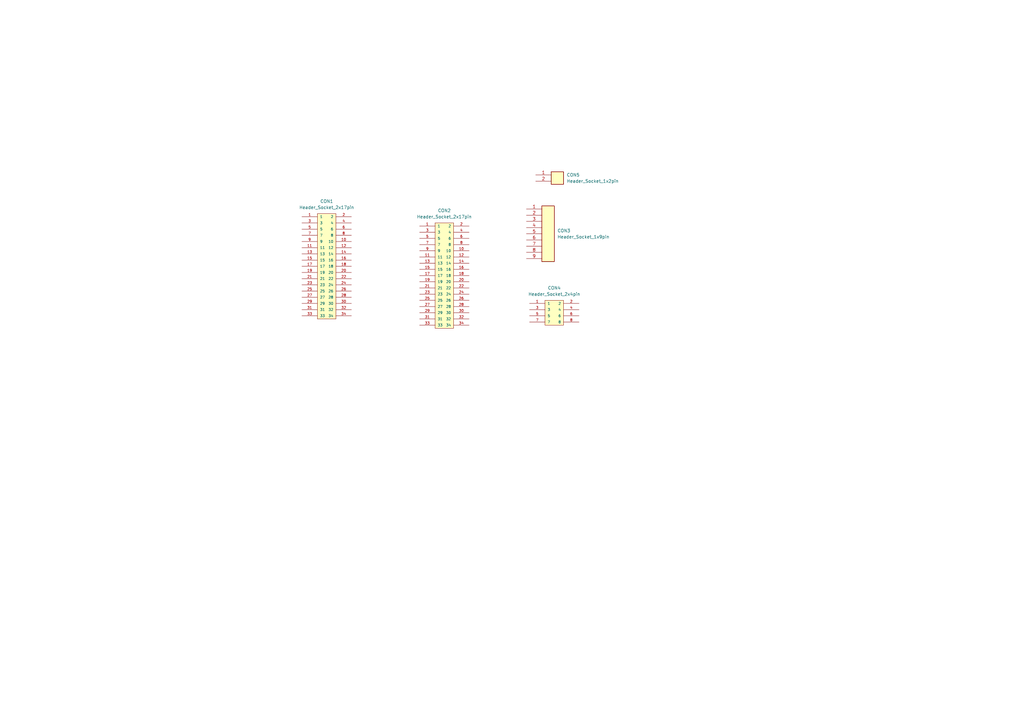
<source format=kicad_sch>
(kicad_sch (version 20231120) (generator "eeschema") (generator_version "8.0")
  (paper "A3")
  (title_block (title "Telemach mp157 development board shield") (date "2024-09-05") (rev "V1.0") (company "MW Sofjan"))
  (lib_symbols
    (symbol "Header_Socket_2_54mm:Header_Socket_1x2pin" (pin_names (offset 1.016))
      (property "Reference" "CON" (at 2.54 3.81 0))
      (property "Value" "Header_Socket_1x2pin" (at 6.35 -1.27 90))
      (symbol "Header_Socket_1x2pin_1_1"
        (rectangle (start 0 2.54) (end 5.08 -2.54) (stroke (width 0.254)) (fill (type background)))
        (pin passive line (at -6.35 1.27 0) (length 6.35) (name "~") (number "1"))
        (pin passive line (at -6.35 -1.27 0) (length 6.35) (name "~") (number "2"))
      )
    )
    (symbol "Header_Socket_2_54mm:Header_Socket_1x9pin" (pin_names (offset 1.016))
      (property "Reference" "CON" (at 2.54 12.7 0))
      (property "Value" "Header_Socket_1x9pin" (at 7.62 1.27 90))
      (symbol "Header_Socket_1x9pin_1_1"
        (rectangle (start 0 11.43) (end 5.08 -11.43) (stroke (width 0.254)) (fill (type background)))
        (pin passive line (at -6.35 10.16 0) (length 6.35) (name "~") (number "1"))
        (pin passive line (at -6.35 7.62 0) (length 6.35) (name "~") (number "2"))
        (pin passive line (at -6.35 5.08 0) (length 6.35) (name "~") (number "3"))
        (pin passive line (at -6.35 2.54 0) (length 6.35) (name "~") (number "4"))
        (pin passive line (at -6.35 0 0) (length 6.35) (name "~") (number "5"))
        (pin passive line (at -6.35 -2.54 0) (length 6.35) (name "~") (number "6"))
        (pin passive line (at -6.35 -5.08 0) (length 6.35) (name "~") (number "7"))
        (pin passive line (at -6.35 -7.62 0) (length 6.35) (name "~") (number "8"))
        (pin passive line (at -6.35 -10.16 0) (length 6.35) (name "~") (number "9"))
      )
    )
    (symbol "Header_Socket_2_54mm:Header_Socket_2x17pin" (pin_names (offset 1.016))
      (property "Reference" "CON" (at 0 22.86 0))
      (property "Value" "Header_Socket_2x17pin" (at 0 -22.86 0))
      (symbol "Header_Socket_2x17pin_1_1"
        (rectangle (start -3.81 21.59) (end 3.81 -21.59) (fill (type background)))
        (pin passive line (at -10.16 20.32 0) (length 6.35) (name "1") (number "1"))
        (pin passive line (at 10.16 10.16 180) (length 6.35) (name "10") (number "10"))
        (pin passive line (at -10.16 7.62 0) (length 6.35) (name "11") (number "11"))
        (pin passive line (at 10.16 7.62 180) (length 6.35) (name "12") (number "12"))
        (pin passive line (at -10.16 5.08 0) (length 6.35) (name "13") (number "13"))
        (pin passive line (at 10.16 5.08 180) (length 6.35) (name "14") (number "14"))
        (pin passive line (at -10.16 2.54 0) (length 6.35) (name "15") (number "15"))
        (pin passive line (at 10.16 2.54 180) (length 6.35) (name "16") (number "16"))
        (pin passive line (at -10.16 0 0) (length 6.35) (name "17") (number "17"))
        (pin passive line (at 10.16 0 180) (length 6.35) (name "18") (number "18"))
        (pin passive line (at -10.16 -2.54 0) (length 6.35) (name "19") (number "19"))
        (pin passive line (at 10.16 20.32 180) (length 6.35) (name "2") (number "2"))
        (pin passive line (at 10.16 -2.54 180) (length 6.35) (name "20") (number "20"))
        (pin passive line (at -10.16 -5.08 0) (length 6.35) (name "21") (number "21"))
        (pin passive line (at 10.16 -5.08 180) (length 6.35) (name "22") (number "22"))
        (pin passive line (at -10.16 -7.62 0) (length 6.35) (name "23") (number "23"))
        (pin passive line (at 10.16 -7.62 180) (length 6.35) (name "24") (number "24"))
        (pin passive line (at -10.16 -10.16 0) (length 6.35) (name "25") (number "25"))
        (pin passive line (at 10.16 -10.16 180) (length 6.35) (name "26") (number "26"))
        (pin passive line (at -10.16 -12.7 0) (length 6.35) (name "27") (number "27"))
        (pin passive line (at 10.16 -12.7 180) (length 6.35) (name "28") (number "28"))
        (pin passive line (at -10.16 -15.24 0) (length 6.35) (name "29") (number "29"))
        (pin passive line (at -10.16 17.78 0) (length 6.35) (name "3") (number "3"))
        (pin passive line (at 10.16 -15.24 180) (length 6.35) (name "30") (number "30"))
        (pin passive line (at -10.16 -17.78 0) (length 6.35) (name "31") (number "31"))
        (pin passive line (at 10.16 -17.78 180) (length 6.35) (name "32") (number "32"))
        (pin passive line (at -10.16 -20.32 0) (length 6.35) (name "33") (number "33"))
        (pin passive line (at 10.16 -20.32 180) (length 6.35) (name "34") (number "34"))
        (pin passive line (at 10.16 17.78 180) (length 6.35) (name "4") (number "4"))
        (pin passive line (at -10.16 15.24 0) (length 6.35) (name "5") (number "5"))
        (pin passive line (at 10.16 15.24 180) (length 6.35) (name "6") (number "6"))
        (pin passive line (at -10.16 12.7 0) (length 6.35) (name "7") (number "7"))
        (pin passive line (at 10.16 12.7 180) (length 6.35) (name "8") (number "8"))
        (pin passive line (at -10.16 10.16 0) (length 6.35) (name "9") (number "9"))
      )
    )
    (symbol "Header_Socket_2_54mm:Header_Socket_2x4pin" (pin_names (offset 1.016))
      (property "Reference" "CON" (at 0 6.35 0))
      (property "Value" "Header_Socket_2x4pin" (at 0 -6.35 0))
      (symbol "Header_Socket_2x4pin_1_1"
        (rectangle (start -3.81 5.08) (end 3.81 -5.08) (fill (type background)))
        (pin passive line (at -10.16 3.81 0) (length 6.35) (name "1") (number "1"))
        (pin passive line (at 10.16 3.81 180) (length 6.35) (name "2") (number "2"))
        (pin passive line (at -10.16 1.27 0) (length 6.35) (name "3") (number "3"))
        (pin passive line (at 10.16 1.27 180) (length 6.35) (name "4") (number "4"))
        (pin passive line (at -10.16 -1.27 0) (length 6.35) (name "5") (number "5"))
        (pin passive line (at 10.16 -1.27 180) (length 6.35) (name "6") (number "6"))
        (pin passive line (at -10.16 -3.81 0) (length 6.35) (name "7") (number "7"))
        (pin passive line (at 10.16 -3.81 180) (length 6.35) (name "8") (number "8"))
      )
    )
  )
  (symbol (lib_id "Header_Socket_2_54mm:Header_Socket_2x4pin") (at 227.33 128.27 0) (unit 1)
    (property "Reference" "CON4" (at 227.33 118.11 0))
    (property "Value" "Header_Socket_2x4pin" (at 227.33 120.65 0))
    (property "Footprint" "Header_Socket_2_54mm:Header_Socket_2x4x2_54mm" (effects (hide yes)))
    (property "Datasheet" "https://www.lcsc.com/datasheet/lcsc_datasheet_2304140030_CONNFLY-Elec-DS1023-2-4SF11_C92271.pdf" (effects (hide yes)))
    (property "Description" "Header Socket 2x4pins 2.54mm" (effects (hide yes)))
    (property "Manufacturer" "CONNFLY" (effects (hide yes)))
    (property "Manufacturer Part Number" "DS1023-2*4S21" (effects (hide yes)))
    (property "Supplier" "Tme" (effects (hide yes)))
    (property "Supplier Part Number" "ZL262-8DG" (effects (hide yes)))
    (property "URL" "https://www.tme.eu/pl/details/zl262-8dg/listwy-i-gniazda-kolkowe/connfly/ds1023-2-4s21/" (effects (hide yes)))
    (property "Price@1pc" "0,43" (effects (hide yes)))
    (property "Price@1000pcs" "0,19" (effects (hide yes)))
    (property "Developer" "MW" (effects (hide yes)))
    (property "Package" "5,58x5x8,5mm" (effects (hide yes)))
    (property "LCSC Part #(optional)" "C92271" (effects (hide yes)))
  )
  (symbol (lib_id "Header_Socket_2_54mm:Header_Socket_1x2pin") (at 226.06 73.025 0) (unit 1)
    (property "Reference" "CON5" (at 232.41 71.7549 0) (effects (justify left)))
    (property "Value" "Header_Socket_1x2pin" (at 232.41 74.2949 0) (effects (justify left)))
    (property "Footprint" "Header_Socket_2_54mm:Header_Socket_1x2x2_54mm" (effects (hide yes)))
    (property "Datasheet" "/home/mw/kicad_library/Schematic/Connectors/Header_Socket_2_54mm/Components_Documentation/6130xx143121.pdf" (effects (hide yes)))
    (property "Description" "Header Socket 1x2pins 2.54mm" (effects (hide yes)))
    (property "Manufacturer" "CONNFLY" (effects (hide yes)))
    (property "Manufacturer Part Number" "DS1023-1*2S21" (effects (hide yes)))
    (property "Supplier" "Tme" (effects (hide yes)))
    (property "Supplier Part Number" "ZL262-2SG" (effects (hide yes)))
    (property "URL" "https://www.tme.eu/pl/details/zl262-2sg/listwy-i-gniazda-kolkowe/connfly/ds1023-1-2s21/" (effects (hide yes)))
    (property "Price@1pc" "0,3" (effects (hide yes)))
    (property "Price@1000pcs" "0,1" (effects (hide yes)))
    (property "Developer" "MW" (effects (hide yes)))
    (property "Package" "3,04x5x8,5mm" (effects (hide yes)))
    (property "LCSC Part #(optional)" "C49661" (effects (hide yes)))
  )
  (symbol (lib_id "Header_Socket_2_54mm:Header_Socket_2x17pin") (at 133.985 109.22 0) (unit 1)
    (property "Reference" "CON1" (at 133.985 82.55 0))
    (property "Value" "Header_Socket_2x17pin" (at 133.985 85.09 0))
    (property "Footprint" "Header_Socket_2_54mm:Header_Socket_2x17x2_54mm" (effects (hide yes)))
    (property "Datasheet" "https://www.tme.eu/Document/efd0203e2d3a140765df98191085ea88/DS1023.pdf" (effects (hide yes)))
    (property "Description" "Header Socket 2x17pins 2.54mm" (effects (hide yes)))
    (property "Manufacturer" "CONNFLY" (effects (hide yes)))
    (property "Manufacturer Part Number" "DS1023-2*17S21" (effects (hide yes)))
    (property "Supplier" "Tme" (effects (hide yes)))
    (property "Supplier Part Number" "ZL262-34DG" (effects (hide yes)))
    (property "URL" "https://www.tme.eu/pl/details/zl262-34dg/listwy-i-gniazda-kolkowe/connfly/ds1023-2-17s21/" (effects (hide yes)))
    (property "Price@1pc" "3,02" (effects (hide yes)))
    (property "Price@1000pcs" "0,608" (effects (hide yes)))
    (property "Developer" "MW" (effects (hide yes)))
    (property "Package" "43,68x5x5mm" (effects (hide yes)))
    (property "LCSC Part #(optional)" "C92264" (effects (hide yes)))
  )
  (symbol (lib_id "Header_Socket_2_54mm:Header_Socket_2x17pin") (at 182.245 113.03 0) (unit 1)
    (property "Reference" "CON2" (at 182.245 86.36 0))
    (property "Value" "Header_Socket_2x17pin" (at 182.245 88.9 0))
    (property "Footprint" "Header_Socket_2_54mm:Header_Socket_2x17x2_54mm" (effects (hide yes)))
    (property "Datasheet" "https://www.tme.eu/Document/efd0203e2d3a140765df98191085ea88/DS1023.pdf" (effects (hide yes)))
    (property "Description" "Header Socket 2x17pins 2.54mm" (effects (hide yes)))
    (property "Manufacturer" "CONNFLY" (effects (hide yes)))
    (property "Manufacturer Part Number" "DS1023-2*17S21" (effects (hide yes)))
    (property "Supplier" "Tme" (effects (hide yes)))
    (property "Supplier Part Number" "ZL262-34DG" (effects (hide yes)))
    (property "URL" "https://www.tme.eu/pl/details/zl262-34dg/listwy-i-gniazda-kolkowe/connfly/ds1023-2-17s21/" (effects (hide yes)))
    (property "Price@1pc" "3,02" (effects (hide yes)))
    (property "Price@1000pcs" "0,608" (effects (hide yes)))
    (property "Developer" "MW" (effects (hide yes)))
    (property "Package" "43,68x5x5mm" (effects (hide yes)))
    (property "LCSC Part #(optional)" "C92264" (effects (hide yes)))
  )
  (symbol (lib_id "Header_Socket_2_54mm:Header_Socket_1x9pin") (at 222.25 95.885 0) (unit 1)
    (property "Reference" "CON3" (at 228.6 94.6149 0) (effects (justify left)))
    (property "Value" "Header_Socket_1x9pin" (at 228.6 97.1549 0) (effects (justify left)))
    (property "Footprint" "Header_Socket_2_54mm:Header_Socket_1x9x2_54mm" (effects (hide yes)))
    (property "Datasheet" "https://www.tme.eu/Document/efd0203e2d3a140765df98191085ea88/DS1023.pdf" (effects (hide yes)))
    (property "Description" "Header Socket 1x9pins 2.54mm" (effects (hide yes)))
    (property "Manufacturer" "CONNFLY" (effects (hide yes)))
    (property "Manufacturer Part Number" "DS1023-1*9S21" (effects (hide yes)))
    (property "Supplier" "Tme" (effects (hide yes)))
    (property "Supplier Part Number" "ZL262-9SG" (effects (hide yes)))
    (property "URL" "https://www.tme.eu/pl/details/zl262-9sg/listwy-i-gniazda-kolkowe/connfly/ds1023-1-9s21/" (effects (hide yes)))
    (property "Price@1pc" "0,39" (effects (hide yes)))
    (property "Price@1000pcs" "0,19" (effects (hide yes)))
    (property "Developer" "MW" (effects (hide yes)))
    (property "Package" "23,36x2.54x8.5mm" (effects (hide yes)))
    (property "LCSC Part #(optional)" "C7509520" (effects (hide yes)))
  )
)
</source>
